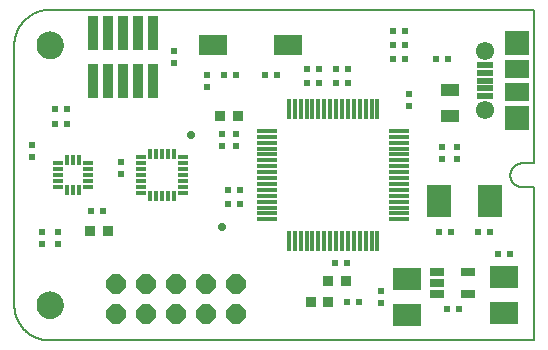
<source format=gts>
G75*
%MOIN*%
%OFA0B0*%
%FSLAX25Y25*%
%IPPOS*%
%LPD*%
%AMOC8*
5,1,8,0,0,1.08239X$1,22.5*
%
%ADD10C,0.00800*%
%ADD11C,0.00000*%
%ADD12C,0.09061*%
%ADD13R,0.03550X0.01483*%
%ADD14R,0.01483X0.03550*%
%ADD15R,0.02369X0.02369*%
%ADD16R,0.03550X0.03550*%
%ADD17R,0.06699X0.01581*%
%ADD18R,0.01581X0.06699*%
%ADD19R,0.07880X0.10636*%
%ADD20C,0.06109*%
%ADD21R,0.05715X0.01975*%
%ADD22R,0.07880X0.06306*%
%ADD23R,0.08307X0.08268*%
%ADD24R,0.09455X0.06699*%
%ADD25R,0.05124X0.02565*%
%ADD26R,0.06306X0.04337*%
%ADD27R,0.09400X0.07400*%
%ADD28R,0.03400X0.11400*%
%ADD29OC8,0.06400*%
%ADD30C,0.02762*%
D10*
X0013602Y0001400D02*
X0175019Y0001400D01*
X0175019Y0052581D01*
X0171082Y0052581D01*
X0170958Y0052583D01*
X0170835Y0052589D01*
X0170711Y0052598D01*
X0170589Y0052612D01*
X0170466Y0052629D01*
X0170344Y0052651D01*
X0170223Y0052676D01*
X0170103Y0052705D01*
X0169984Y0052737D01*
X0169865Y0052774D01*
X0169748Y0052814D01*
X0169633Y0052857D01*
X0169518Y0052905D01*
X0169406Y0052956D01*
X0169295Y0053010D01*
X0169185Y0053068D01*
X0169078Y0053129D01*
X0168972Y0053194D01*
X0168869Y0053262D01*
X0168768Y0053333D01*
X0168669Y0053407D01*
X0168572Y0053484D01*
X0168478Y0053565D01*
X0168387Y0053648D01*
X0168298Y0053734D01*
X0168212Y0053823D01*
X0168129Y0053914D01*
X0168048Y0054008D01*
X0167971Y0054105D01*
X0167897Y0054204D01*
X0167826Y0054305D01*
X0167758Y0054408D01*
X0167693Y0054514D01*
X0167632Y0054621D01*
X0167574Y0054731D01*
X0167520Y0054842D01*
X0167469Y0054954D01*
X0167421Y0055069D01*
X0167378Y0055184D01*
X0167338Y0055301D01*
X0167301Y0055420D01*
X0167269Y0055539D01*
X0167240Y0055659D01*
X0167215Y0055780D01*
X0167193Y0055902D01*
X0167176Y0056025D01*
X0167162Y0056147D01*
X0167153Y0056271D01*
X0167147Y0056394D01*
X0167145Y0056518D01*
X0167147Y0056642D01*
X0167153Y0056765D01*
X0167162Y0056889D01*
X0167176Y0057011D01*
X0167193Y0057134D01*
X0167215Y0057256D01*
X0167240Y0057377D01*
X0167269Y0057497D01*
X0167301Y0057616D01*
X0167338Y0057735D01*
X0167378Y0057852D01*
X0167421Y0057967D01*
X0167469Y0058082D01*
X0167520Y0058194D01*
X0167574Y0058305D01*
X0167632Y0058415D01*
X0167693Y0058522D01*
X0167758Y0058628D01*
X0167826Y0058731D01*
X0167897Y0058832D01*
X0167971Y0058931D01*
X0168048Y0059028D01*
X0168129Y0059122D01*
X0168212Y0059213D01*
X0168298Y0059302D01*
X0168387Y0059388D01*
X0168478Y0059471D01*
X0168572Y0059552D01*
X0168669Y0059629D01*
X0168768Y0059703D01*
X0168869Y0059774D01*
X0168972Y0059842D01*
X0169078Y0059907D01*
X0169185Y0059968D01*
X0169295Y0060026D01*
X0169406Y0060080D01*
X0169518Y0060131D01*
X0169633Y0060179D01*
X0169748Y0060222D01*
X0169865Y0060262D01*
X0169984Y0060299D01*
X0170103Y0060331D01*
X0170223Y0060360D01*
X0170344Y0060385D01*
X0170466Y0060407D01*
X0170589Y0060424D01*
X0170711Y0060438D01*
X0170835Y0060447D01*
X0170958Y0060453D01*
X0171082Y0060455D01*
X0175019Y0060455D01*
X0175019Y0111636D01*
X0013602Y0111636D01*
X0013317Y0111633D01*
X0013031Y0111622D01*
X0012746Y0111605D01*
X0012462Y0111581D01*
X0012178Y0111550D01*
X0011895Y0111512D01*
X0011614Y0111467D01*
X0011333Y0111416D01*
X0011053Y0111358D01*
X0010775Y0111293D01*
X0010499Y0111221D01*
X0010225Y0111143D01*
X0009952Y0111058D01*
X0009682Y0110966D01*
X0009414Y0110868D01*
X0009148Y0110764D01*
X0008885Y0110653D01*
X0008625Y0110536D01*
X0008367Y0110413D01*
X0008113Y0110283D01*
X0007862Y0110147D01*
X0007614Y0110006D01*
X0007370Y0109858D01*
X0007129Y0109705D01*
X0006893Y0109545D01*
X0006660Y0109380D01*
X0006431Y0109210D01*
X0006206Y0109034D01*
X0005986Y0108852D01*
X0005770Y0108666D01*
X0005559Y0108474D01*
X0005352Y0108277D01*
X0005150Y0108075D01*
X0004953Y0107868D01*
X0004761Y0107657D01*
X0004575Y0107441D01*
X0004393Y0107221D01*
X0004217Y0106996D01*
X0004047Y0106767D01*
X0003882Y0106534D01*
X0003722Y0106298D01*
X0003569Y0106057D01*
X0003421Y0105813D01*
X0003280Y0105565D01*
X0003144Y0105314D01*
X0003014Y0105060D01*
X0002891Y0104802D01*
X0002774Y0104542D01*
X0002663Y0104279D01*
X0002559Y0104013D01*
X0002461Y0103745D01*
X0002369Y0103475D01*
X0002284Y0103202D01*
X0002206Y0102928D01*
X0002134Y0102652D01*
X0002069Y0102374D01*
X0002011Y0102094D01*
X0001960Y0101813D01*
X0001915Y0101532D01*
X0001877Y0101249D01*
X0001846Y0100965D01*
X0001822Y0100681D01*
X0001805Y0100396D01*
X0001794Y0100110D01*
X0001791Y0099825D01*
X0001791Y0013211D01*
X0001794Y0012926D01*
X0001805Y0012640D01*
X0001822Y0012355D01*
X0001846Y0012071D01*
X0001877Y0011787D01*
X0001915Y0011504D01*
X0001960Y0011223D01*
X0002011Y0010942D01*
X0002069Y0010662D01*
X0002134Y0010384D01*
X0002206Y0010108D01*
X0002284Y0009834D01*
X0002369Y0009561D01*
X0002461Y0009291D01*
X0002559Y0009023D01*
X0002663Y0008757D01*
X0002774Y0008494D01*
X0002891Y0008234D01*
X0003014Y0007976D01*
X0003144Y0007722D01*
X0003280Y0007471D01*
X0003421Y0007223D01*
X0003569Y0006979D01*
X0003722Y0006738D01*
X0003882Y0006502D01*
X0004047Y0006269D01*
X0004217Y0006040D01*
X0004393Y0005815D01*
X0004575Y0005595D01*
X0004761Y0005379D01*
X0004953Y0005168D01*
X0005150Y0004961D01*
X0005352Y0004759D01*
X0005559Y0004562D01*
X0005770Y0004370D01*
X0005986Y0004184D01*
X0006206Y0004002D01*
X0006431Y0003826D01*
X0006660Y0003656D01*
X0006893Y0003491D01*
X0007129Y0003331D01*
X0007370Y0003178D01*
X0007614Y0003030D01*
X0007862Y0002889D01*
X0008113Y0002753D01*
X0008367Y0002623D01*
X0008625Y0002500D01*
X0008885Y0002383D01*
X0009148Y0002272D01*
X0009414Y0002168D01*
X0009682Y0002070D01*
X0009952Y0001978D01*
X0010225Y0001893D01*
X0010499Y0001815D01*
X0010775Y0001743D01*
X0011053Y0001678D01*
X0011333Y0001620D01*
X0011614Y0001569D01*
X0011895Y0001524D01*
X0012178Y0001486D01*
X0012462Y0001455D01*
X0012746Y0001431D01*
X0013031Y0001414D01*
X0013317Y0001403D01*
X0013602Y0001400D01*
D11*
X0009271Y0013211D02*
X0009273Y0013342D01*
X0009279Y0013474D01*
X0009289Y0013605D01*
X0009303Y0013736D01*
X0009321Y0013866D01*
X0009343Y0013995D01*
X0009368Y0014124D01*
X0009398Y0014252D01*
X0009432Y0014379D01*
X0009469Y0014506D01*
X0009510Y0014630D01*
X0009555Y0014754D01*
X0009604Y0014876D01*
X0009656Y0014997D01*
X0009712Y0015115D01*
X0009772Y0015233D01*
X0009835Y0015348D01*
X0009902Y0015461D01*
X0009972Y0015573D01*
X0010045Y0015682D01*
X0010121Y0015788D01*
X0010201Y0015893D01*
X0010284Y0015995D01*
X0010370Y0016094D01*
X0010459Y0016191D01*
X0010551Y0016285D01*
X0010646Y0016376D01*
X0010743Y0016465D01*
X0010843Y0016550D01*
X0010946Y0016632D01*
X0011051Y0016711D01*
X0011158Y0016787D01*
X0011268Y0016859D01*
X0011380Y0016928D01*
X0011494Y0016994D01*
X0011609Y0017056D01*
X0011727Y0017115D01*
X0011846Y0017170D01*
X0011967Y0017222D01*
X0012090Y0017269D01*
X0012214Y0017313D01*
X0012339Y0017354D01*
X0012465Y0017390D01*
X0012593Y0017423D01*
X0012721Y0017451D01*
X0012850Y0017476D01*
X0012980Y0017497D01*
X0013110Y0017514D01*
X0013241Y0017527D01*
X0013372Y0017536D01*
X0013503Y0017541D01*
X0013635Y0017542D01*
X0013766Y0017539D01*
X0013898Y0017532D01*
X0014029Y0017521D01*
X0014159Y0017506D01*
X0014289Y0017487D01*
X0014419Y0017464D01*
X0014547Y0017438D01*
X0014675Y0017407D01*
X0014802Y0017372D01*
X0014928Y0017334D01*
X0015052Y0017292D01*
X0015176Y0017246D01*
X0015297Y0017196D01*
X0015417Y0017143D01*
X0015536Y0017086D01*
X0015653Y0017026D01*
X0015767Y0016962D01*
X0015880Y0016894D01*
X0015991Y0016823D01*
X0016100Y0016749D01*
X0016206Y0016672D01*
X0016310Y0016591D01*
X0016411Y0016508D01*
X0016510Y0016421D01*
X0016606Y0016331D01*
X0016699Y0016238D01*
X0016790Y0016143D01*
X0016877Y0016045D01*
X0016962Y0015944D01*
X0017043Y0015841D01*
X0017121Y0015735D01*
X0017196Y0015627D01*
X0017268Y0015517D01*
X0017336Y0015405D01*
X0017401Y0015291D01*
X0017462Y0015174D01*
X0017520Y0015056D01*
X0017574Y0014936D01*
X0017625Y0014815D01*
X0017672Y0014692D01*
X0017715Y0014568D01*
X0017754Y0014443D01*
X0017790Y0014316D01*
X0017821Y0014188D01*
X0017849Y0014060D01*
X0017873Y0013931D01*
X0017893Y0013801D01*
X0017909Y0013670D01*
X0017921Y0013539D01*
X0017929Y0013408D01*
X0017933Y0013277D01*
X0017933Y0013145D01*
X0017929Y0013014D01*
X0017921Y0012883D01*
X0017909Y0012752D01*
X0017893Y0012621D01*
X0017873Y0012491D01*
X0017849Y0012362D01*
X0017821Y0012234D01*
X0017790Y0012106D01*
X0017754Y0011979D01*
X0017715Y0011854D01*
X0017672Y0011730D01*
X0017625Y0011607D01*
X0017574Y0011486D01*
X0017520Y0011366D01*
X0017462Y0011248D01*
X0017401Y0011131D01*
X0017336Y0011017D01*
X0017268Y0010905D01*
X0017196Y0010795D01*
X0017121Y0010687D01*
X0017043Y0010581D01*
X0016962Y0010478D01*
X0016877Y0010377D01*
X0016790Y0010279D01*
X0016699Y0010184D01*
X0016606Y0010091D01*
X0016510Y0010001D01*
X0016411Y0009914D01*
X0016310Y0009831D01*
X0016206Y0009750D01*
X0016100Y0009673D01*
X0015991Y0009599D01*
X0015880Y0009528D01*
X0015768Y0009460D01*
X0015653Y0009396D01*
X0015536Y0009336D01*
X0015417Y0009279D01*
X0015297Y0009226D01*
X0015176Y0009176D01*
X0015052Y0009130D01*
X0014928Y0009088D01*
X0014802Y0009050D01*
X0014675Y0009015D01*
X0014547Y0008984D01*
X0014419Y0008958D01*
X0014289Y0008935D01*
X0014159Y0008916D01*
X0014029Y0008901D01*
X0013898Y0008890D01*
X0013766Y0008883D01*
X0013635Y0008880D01*
X0013503Y0008881D01*
X0013372Y0008886D01*
X0013241Y0008895D01*
X0013110Y0008908D01*
X0012980Y0008925D01*
X0012850Y0008946D01*
X0012721Y0008971D01*
X0012593Y0008999D01*
X0012465Y0009032D01*
X0012339Y0009068D01*
X0012214Y0009109D01*
X0012090Y0009153D01*
X0011967Y0009200D01*
X0011846Y0009252D01*
X0011727Y0009307D01*
X0011609Y0009366D01*
X0011494Y0009428D01*
X0011380Y0009494D01*
X0011268Y0009563D01*
X0011158Y0009635D01*
X0011051Y0009711D01*
X0010946Y0009790D01*
X0010843Y0009872D01*
X0010743Y0009957D01*
X0010646Y0010046D01*
X0010551Y0010137D01*
X0010459Y0010231D01*
X0010370Y0010328D01*
X0010284Y0010427D01*
X0010201Y0010529D01*
X0010121Y0010634D01*
X0010045Y0010740D01*
X0009972Y0010849D01*
X0009902Y0010961D01*
X0009835Y0011074D01*
X0009772Y0011189D01*
X0009712Y0011307D01*
X0009656Y0011425D01*
X0009604Y0011546D01*
X0009555Y0011668D01*
X0009510Y0011792D01*
X0009469Y0011916D01*
X0009432Y0012043D01*
X0009398Y0012170D01*
X0009368Y0012298D01*
X0009343Y0012427D01*
X0009321Y0012556D01*
X0009303Y0012686D01*
X0009289Y0012817D01*
X0009279Y0012948D01*
X0009273Y0013080D01*
X0009271Y0013211D01*
X0009271Y0099825D02*
X0009273Y0099956D01*
X0009279Y0100088D01*
X0009289Y0100219D01*
X0009303Y0100350D01*
X0009321Y0100480D01*
X0009343Y0100609D01*
X0009368Y0100738D01*
X0009398Y0100866D01*
X0009432Y0100993D01*
X0009469Y0101120D01*
X0009510Y0101244D01*
X0009555Y0101368D01*
X0009604Y0101490D01*
X0009656Y0101611D01*
X0009712Y0101729D01*
X0009772Y0101847D01*
X0009835Y0101962D01*
X0009902Y0102075D01*
X0009972Y0102187D01*
X0010045Y0102296D01*
X0010121Y0102402D01*
X0010201Y0102507D01*
X0010284Y0102609D01*
X0010370Y0102708D01*
X0010459Y0102805D01*
X0010551Y0102899D01*
X0010646Y0102990D01*
X0010743Y0103079D01*
X0010843Y0103164D01*
X0010946Y0103246D01*
X0011051Y0103325D01*
X0011158Y0103401D01*
X0011268Y0103473D01*
X0011380Y0103542D01*
X0011494Y0103608D01*
X0011609Y0103670D01*
X0011727Y0103729D01*
X0011846Y0103784D01*
X0011967Y0103836D01*
X0012090Y0103883D01*
X0012214Y0103927D01*
X0012339Y0103968D01*
X0012465Y0104004D01*
X0012593Y0104037D01*
X0012721Y0104065D01*
X0012850Y0104090D01*
X0012980Y0104111D01*
X0013110Y0104128D01*
X0013241Y0104141D01*
X0013372Y0104150D01*
X0013503Y0104155D01*
X0013635Y0104156D01*
X0013766Y0104153D01*
X0013898Y0104146D01*
X0014029Y0104135D01*
X0014159Y0104120D01*
X0014289Y0104101D01*
X0014419Y0104078D01*
X0014547Y0104052D01*
X0014675Y0104021D01*
X0014802Y0103986D01*
X0014928Y0103948D01*
X0015052Y0103906D01*
X0015176Y0103860D01*
X0015297Y0103810D01*
X0015417Y0103757D01*
X0015536Y0103700D01*
X0015653Y0103640D01*
X0015767Y0103576D01*
X0015880Y0103508D01*
X0015991Y0103437D01*
X0016100Y0103363D01*
X0016206Y0103286D01*
X0016310Y0103205D01*
X0016411Y0103122D01*
X0016510Y0103035D01*
X0016606Y0102945D01*
X0016699Y0102852D01*
X0016790Y0102757D01*
X0016877Y0102659D01*
X0016962Y0102558D01*
X0017043Y0102455D01*
X0017121Y0102349D01*
X0017196Y0102241D01*
X0017268Y0102131D01*
X0017336Y0102019D01*
X0017401Y0101905D01*
X0017462Y0101788D01*
X0017520Y0101670D01*
X0017574Y0101550D01*
X0017625Y0101429D01*
X0017672Y0101306D01*
X0017715Y0101182D01*
X0017754Y0101057D01*
X0017790Y0100930D01*
X0017821Y0100802D01*
X0017849Y0100674D01*
X0017873Y0100545D01*
X0017893Y0100415D01*
X0017909Y0100284D01*
X0017921Y0100153D01*
X0017929Y0100022D01*
X0017933Y0099891D01*
X0017933Y0099759D01*
X0017929Y0099628D01*
X0017921Y0099497D01*
X0017909Y0099366D01*
X0017893Y0099235D01*
X0017873Y0099105D01*
X0017849Y0098976D01*
X0017821Y0098848D01*
X0017790Y0098720D01*
X0017754Y0098593D01*
X0017715Y0098468D01*
X0017672Y0098344D01*
X0017625Y0098221D01*
X0017574Y0098100D01*
X0017520Y0097980D01*
X0017462Y0097862D01*
X0017401Y0097745D01*
X0017336Y0097631D01*
X0017268Y0097519D01*
X0017196Y0097409D01*
X0017121Y0097301D01*
X0017043Y0097195D01*
X0016962Y0097092D01*
X0016877Y0096991D01*
X0016790Y0096893D01*
X0016699Y0096798D01*
X0016606Y0096705D01*
X0016510Y0096615D01*
X0016411Y0096528D01*
X0016310Y0096445D01*
X0016206Y0096364D01*
X0016100Y0096287D01*
X0015991Y0096213D01*
X0015880Y0096142D01*
X0015768Y0096074D01*
X0015653Y0096010D01*
X0015536Y0095950D01*
X0015417Y0095893D01*
X0015297Y0095840D01*
X0015176Y0095790D01*
X0015052Y0095744D01*
X0014928Y0095702D01*
X0014802Y0095664D01*
X0014675Y0095629D01*
X0014547Y0095598D01*
X0014419Y0095572D01*
X0014289Y0095549D01*
X0014159Y0095530D01*
X0014029Y0095515D01*
X0013898Y0095504D01*
X0013766Y0095497D01*
X0013635Y0095494D01*
X0013503Y0095495D01*
X0013372Y0095500D01*
X0013241Y0095509D01*
X0013110Y0095522D01*
X0012980Y0095539D01*
X0012850Y0095560D01*
X0012721Y0095585D01*
X0012593Y0095613D01*
X0012465Y0095646D01*
X0012339Y0095682D01*
X0012214Y0095723D01*
X0012090Y0095767D01*
X0011967Y0095814D01*
X0011846Y0095866D01*
X0011727Y0095921D01*
X0011609Y0095980D01*
X0011494Y0096042D01*
X0011380Y0096108D01*
X0011268Y0096177D01*
X0011158Y0096249D01*
X0011051Y0096325D01*
X0010946Y0096404D01*
X0010843Y0096486D01*
X0010743Y0096571D01*
X0010646Y0096660D01*
X0010551Y0096751D01*
X0010459Y0096845D01*
X0010370Y0096942D01*
X0010284Y0097041D01*
X0010201Y0097143D01*
X0010121Y0097248D01*
X0010045Y0097354D01*
X0009972Y0097463D01*
X0009902Y0097575D01*
X0009835Y0097688D01*
X0009772Y0097803D01*
X0009712Y0097921D01*
X0009656Y0098039D01*
X0009604Y0098160D01*
X0009555Y0098282D01*
X0009510Y0098406D01*
X0009469Y0098530D01*
X0009432Y0098657D01*
X0009398Y0098784D01*
X0009368Y0098912D01*
X0009343Y0099041D01*
X0009321Y0099170D01*
X0009303Y0099300D01*
X0009289Y0099431D01*
X0009279Y0099562D01*
X0009273Y0099694D01*
X0009271Y0099825D01*
D12*
X0013602Y0099825D03*
X0013602Y0013211D03*
D13*
X0044015Y0050613D03*
X0044015Y0052581D03*
X0044015Y0054550D03*
X0044015Y0056518D03*
X0044015Y0058487D03*
X0044015Y0060455D03*
X0044015Y0062424D03*
X0057992Y0062424D03*
X0057992Y0060455D03*
X0057992Y0058487D03*
X0057992Y0056518D03*
X0057992Y0054550D03*
X0057992Y0052581D03*
X0057992Y0050613D03*
X0026496Y0052581D03*
X0026496Y0054550D03*
X0026496Y0056518D03*
X0026496Y0058487D03*
X0026496Y0060455D03*
X0016456Y0060455D03*
X0016456Y0058487D03*
X0016456Y0056518D03*
X0016456Y0054550D03*
X0016456Y0052581D03*
D14*
X0019507Y0051498D03*
X0021476Y0051498D03*
X0023444Y0051498D03*
X0023444Y0061538D03*
X0021476Y0061538D03*
X0019507Y0061538D03*
X0047067Y0063506D03*
X0049035Y0063506D03*
X0051004Y0063506D03*
X0052972Y0063506D03*
X0054941Y0063506D03*
X0054941Y0049530D03*
X0052972Y0049530D03*
X0051004Y0049530D03*
X0049035Y0049530D03*
X0047067Y0049530D03*
D15*
X0037276Y0056963D03*
X0037276Y0060963D03*
X0019350Y0073463D03*
X0015350Y0073463D03*
X0015250Y0078563D03*
X0019250Y0078563D03*
X0007750Y0066663D03*
X0007750Y0062663D03*
X0027276Y0044463D03*
X0031276Y0044463D03*
X0016350Y0037463D03*
X0011050Y0037463D03*
X0011050Y0033463D03*
X0016350Y0033463D03*
X0070950Y0066363D03*
X0075750Y0066363D03*
X0075750Y0070363D03*
X0070950Y0070363D03*
X0066150Y0085863D03*
X0066150Y0089863D03*
X0071750Y0089863D03*
X0075750Y0089863D03*
X0085250Y0089863D03*
X0089250Y0089863D03*
X0099350Y0091863D03*
X0103350Y0091863D03*
X0108950Y0091863D03*
X0112950Y0091863D03*
X0112950Y0087063D03*
X0108950Y0087063D03*
X0103350Y0087063D03*
X0099350Y0087063D03*
X0128150Y0095063D03*
X0132150Y0095063D03*
X0132150Y0099863D03*
X0128150Y0099863D03*
X0128150Y0104663D03*
X0132150Y0104663D03*
X0142350Y0095063D03*
X0146350Y0095063D03*
X0133350Y0083463D03*
X0133350Y0079463D03*
X0144459Y0065847D03*
X0149337Y0065836D03*
X0149337Y0061836D03*
X0144459Y0061847D03*
X0143250Y0037463D03*
X0147250Y0037463D03*
X0156250Y0037563D03*
X0160250Y0037563D03*
X0162950Y0030063D03*
X0166950Y0030063D03*
X0149950Y0011763D03*
X0145950Y0011763D03*
X0123950Y0013763D03*
X0123950Y0017763D03*
X0116550Y0014263D03*
X0112550Y0014263D03*
X0112550Y0027063D03*
X0108550Y0027063D03*
X0076950Y0046811D03*
X0072950Y0046811D03*
X0072950Y0051611D03*
X0076950Y0051611D03*
X0055019Y0093865D03*
X0055019Y0097865D03*
D16*
X0070450Y0076163D03*
X0076450Y0076163D03*
X0033050Y0037863D03*
X0027050Y0037863D03*
X0100597Y0014263D03*
X0106503Y0014263D03*
X0106450Y0021363D03*
X0112450Y0021363D03*
D17*
X0130137Y0041754D03*
X0130137Y0043723D03*
X0130137Y0045691D03*
X0130137Y0047660D03*
X0130137Y0049628D03*
X0130137Y0051597D03*
X0130137Y0053565D03*
X0130137Y0055534D03*
X0130137Y0057502D03*
X0130137Y0059471D03*
X0130137Y0061439D03*
X0130137Y0063408D03*
X0130137Y0065376D03*
X0130137Y0067345D03*
X0130137Y0069313D03*
X0130137Y0071282D03*
X0086043Y0071282D03*
X0086043Y0069313D03*
X0086043Y0067345D03*
X0086043Y0065376D03*
X0086043Y0063408D03*
X0086043Y0061439D03*
X0086043Y0059471D03*
X0086043Y0057502D03*
X0086043Y0055534D03*
X0086043Y0053565D03*
X0086043Y0051597D03*
X0086043Y0049628D03*
X0086043Y0047660D03*
X0086043Y0045691D03*
X0086043Y0043723D03*
X0086043Y0041754D03*
D18*
X0093326Y0034471D03*
X0095295Y0034471D03*
X0097263Y0034471D03*
X0099232Y0034471D03*
X0101200Y0034471D03*
X0103169Y0034471D03*
X0105137Y0034471D03*
X0107106Y0034471D03*
X0109074Y0034471D03*
X0111043Y0034471D03*
X0113011Y0034471D03*
X0114980Y0034471D03*
X0116948Y0034471D03*
X0118917Y0034471D03*
X0120885Y0034471D03*
X0122854Y0034471D03*
X0122854Y0078565D03*
X0120885Y0078565D03*
X0118917Y0078565D03*
X0116948Y0078565D03*
X0114980Y0078565D03*
X0113011Y0078565D03*
X0111043Y0078565D03*
X0109074Y0078565D03*
X0107106Y0078565D03*
X0105137Y0078565D03*
X0103169Y0078565D03*
X0101200Y0078565D03*
X0099232Y0078565D03*
X0097263Y0078565D03*
X0095295Y0078565D03*
X0093326Y0078565D03*
D19*
X0143285Y0047863D03*
X0160215Y0047863D03*
D20*
X0158704Y0078211D03*
X0158704Y0097896D03*
D21*
X0158704Y0093172D03*
X0158704Y0090613D03*
X0158704Y0088054D03*
X0158704Y0085494D03*
X0158704Y0082935D03*
D22*
X0169334Y0084117D03*
X0169334Y0091991D03*
D23*
X0169335Y0100611D03*
X0169324Y0075511D03*
D24*
X0092933Y0099825D03*
X0068130Y0099825D03*
D25*
X0142832Y0024303D03*
X0142832Y0020563D03*
X0142832Y0016823D03*
X0153068Y0016823D03*
X0153068Y0024303D03*
D26*
X0146950Y0076332D03*
X0146950Y0084994D03*
D27*
X0165150Y0022663D03*
X0165150Y0010663D03*
X0132750Y0009763D03*
X0132750Y0021763D03*
D28*
X0048024Y0087888D03*
X0043024Y0087888D03*
X0038024Y0087888D03*
X0033024Y0087888D03*
X0028024Y0087888D03*
X0028024Y0103888D03*
X0033024Y0103888D03*
X0038024Y0103888D03*
X0043024Y0103888D03*
X0048024Y0103888D03*
D29*
X0045750Y0020063D03*
X0055750Y0020063D03*
X0065750Y0020063D03*
X0075750Y0020063D03*
X0075750Y0010063D03*
X0065750Y0010063D03*
X0055750Y0010063D03*
X0045750Y0010063D03*
X0035750Y0010063D03*
X0035750Y0020063D03*
D30*
X0070950Y0039063D03*
X0060750Y0069863D03*
M02*

</source>
